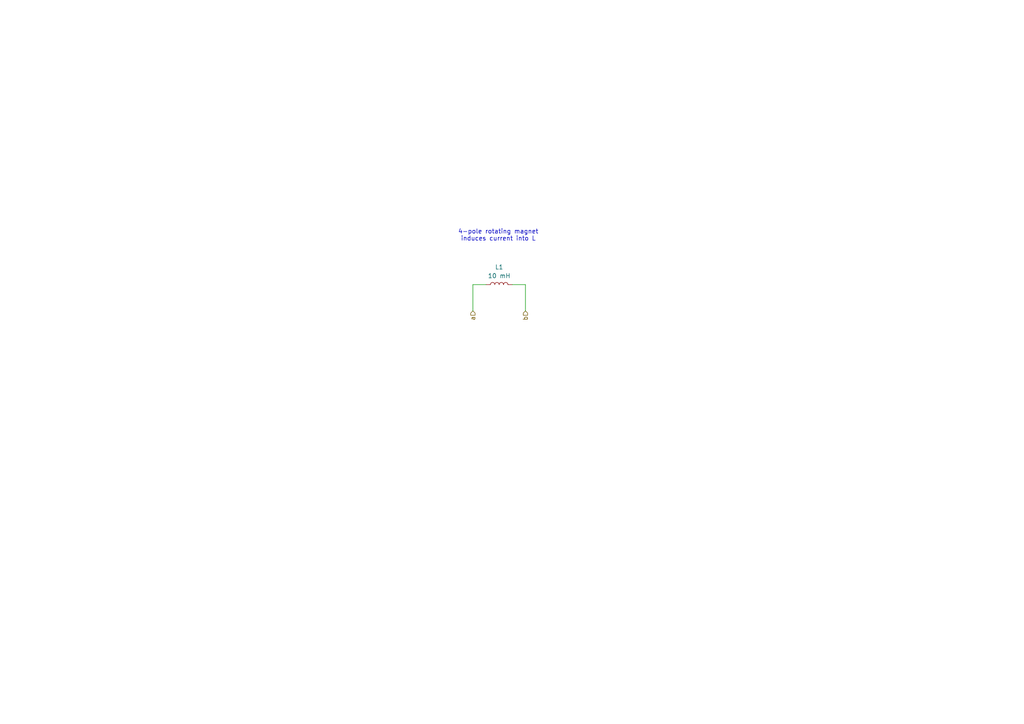
<source format=kicad_sch>
(kicad_sch (version 20250114) (generator "eeschema") (generator_version "9.0")
  (paper "A4")
  (title_block (title "RPM speedometer signal generator") (date "2024-08-21") (rev "1.0") (company "Michael Büsch <m@bues.ch>"))
  (lib_symbols
    (symbol "Device:L" (pin_numbers (hide yes)) (pin_names (offset 1.016) (hide yes))
      (property "Reference" "L" (at -1.27 0 90))
      (property "Value" "L" (at 1.905 0 90))
      (symbol "L_0_1"
        (arc (start 0 2.54) (mid 0.6323 1.905) (end 0 1.27))
        (arc (start 0 1.27) (mid 0.6323 0.635) (end 0 0))
        (arc (start 0 0) (mid 0.6323 -0.635) (end 0 -1.27))
        (arc (start 0 -1.27) (mid 0.6323 -1.905) (end 0 -2.54))
      )
      (symbol "L_1_1"
        (pin passive line (at 0 3.81 270) (length 1.27) (name "1") (number "1"))
        (pin passive line (at 0 -3.81 90) (length 1.27) (name "2") (number "2"))
      )
    )
  )
  (text "4-pole rotating magnet\ninduces current into L" (at 144.526 68.326 0) (effects (font (size 1.27 1.27))))
  (wire (pts (xy 148.59 82.55) (xy 152.4 82.55)))
  (wire (pts (xy 140.97 82.55) (xy 137.16 82.55)))
  (wire (pts (xy 137.16 82.55) (xy 137.16 90.17)))
  (wire (pts (xy 152.4 82.55) (xy 152.4 90.17)))
  (hierarchical_label "b" (shape input) (at 152.4 90.17 270))
  (hierarchical_label "a" (shape input) (at 137.16 90.17 270))
  (symbol (lib_id "Device:L") (at 144.78 82.55 90) (unit 1)
    (property "Reference" "L1" (at 144.78 77.47 90))
    (property "Value" "10 mH" (at 144.78 80.01 90))
    (property "Description" "Inductor" (effects (hide yes)))
  )
)
</source>
